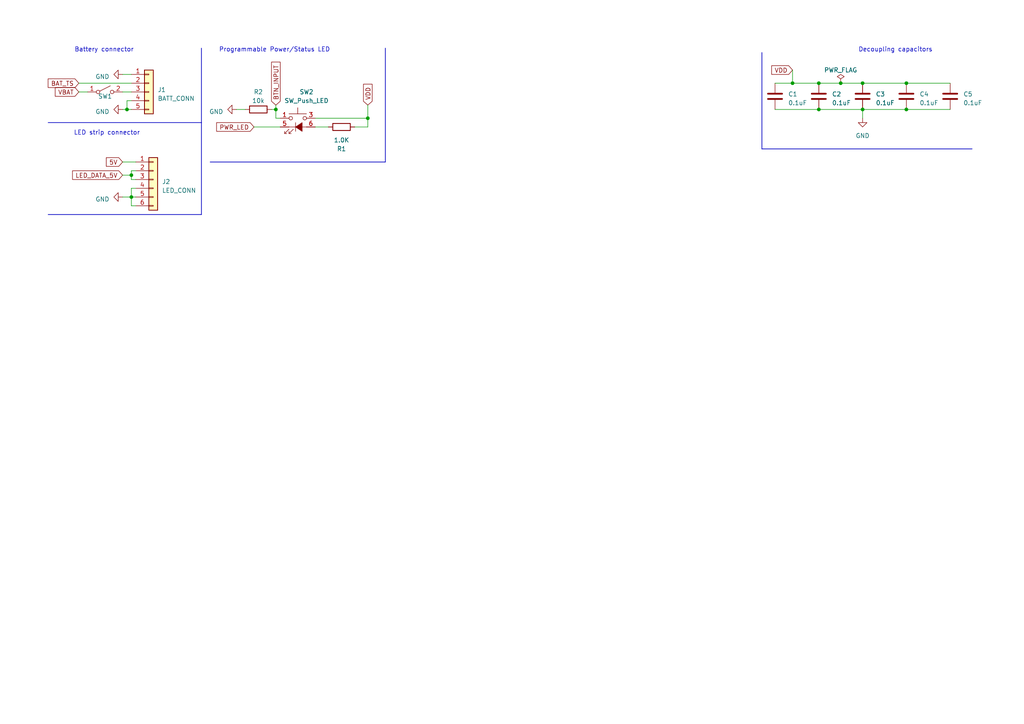
<source format=kicad_sch>
(kicad_sch (version 20230121) (generator eeschema)
  (paper "A4")
  (lib_symbols
    (symbol "Connector_Generic:Conn_01x05" (pin_names (offset 1.016) hide)
      (property "Reference" "J" (at 0 7.62 0))
      (property "Value" "Conn_01x05" (at 0 -7.62 0))
      (symbol "Conn_01x05_1_1"
        (rectangle (start -1.27 -4.953) (end 0 -5.207) (stroke (width 0.1524)))
        (rectangle (start -1.27 -2.413) (end 0 -2.667) (stroke (width 0.1524)))
        (rectangle (start -1.27 0.127) (end 0 -0.127) (stroke (width 0.1524)))
        (rectangle (start -1.27 2.667) (end 0 2.413) (stroke (width 0.1524)))
        (rectangle (start -1.27 5.207) (end 0 4.953) (stroke (width 0.1524)))
        (rectangle (start -1.27 6.35) (end 1.27 -6.35) (stroke (width 0.254)) (fill (type background)))
        (pin passive line (at -5.08 5.08 0) (length 3.81) (name "Pin_1") (number "1"))
        (pin passive line (at -5.08 2.54 0) (length 3.81) (name "Pin_2") (number "2"))
        (pin passive line (at -5.08 0 0) (length 3.81) (name "Pin_3") (number "3"))
        (pin passive line (at -5.08 -2.54 0) (length 3.81) (name "Pin_4") (number "4"))
        (pin passive line (at -5.08 -5.08 0) (length 3.81) (name "Pin_5") (number "5"))
      )
    )
    (symbol "Connector_Generic:Conn_01x06" (pin_names (offset 1.016) hide)
      (property "Reference" "J" (at 0 7.62 0))
      (property "Value" "Conn_01x06" (at 0 -10.16 0))
      (symbol "Conn_01x06_1_1"
        (rectangle (start -1.27 -7.493) (end 0 -7.747) (stroke (width 0.1524)))
        (rectangle (start -1.27 -4.953) (end 0 -5.207) (stroke (width 0.1524)))
        (rectangle (start -1.27 -2.413) (end 0 -2.667) (stroke (width 0.1524)))
        (rectangle (start -1.27 0.127) (end 0 -0.127) (stroke (width 0.1524)))
        (rectangle (start -1.27 2.667) (end 0 2.413) (stroke (width 0.1524)))
        (rectangle (start -1.27 5.207) (end 0 4.953) (stroke (width 0.1524)))
        (rectangle (start -1.27 6.35) (end 1.27 -8.89) (stroke (width 0.254)) (fill (type background)))
        (pin passive line (at -5.08 5.08 0) (length 3.81) (name "Pin_1") (number "1"))
        (pin passive line (at -5.08 2.54 0) (length 3.81) (name "Pin_2") (number "2"))
        (pin passive line (at -5.08 0 0) (length 3.81) (name "Pin_3") (number "3"))
        (pin passive line (at -5.08 -2.54 0) (length 3.81) (name "Pin_4") (number "4"))
        (pin passive line (at -5.08 -5.08 0) (length 3.81) (name "Pin_5") (number "5"))
        (pin passive line (at -5.08 -7.62 0) (length 3.81) (name "Pin_6") (number "6"))
      )
    )
    (symbol "Device:C" (pin_numbers hide) (pin_names (offset 0.254))
      (property "Reference" "C" (at 0.635 2.54 0))
      (property "Value" "C" (at 0.635 -2.54 0))
      (symbol "C_0_1"
        (polyline (pts (xy -2.032 -0.762) (xy 2.032 -0.762)) (stroke (width 0.508)))
        (polyline (pts (xy -2.032 0.762) (xy 2.032 0.762)) (stroke (width 0.508)))
      )
      (symbol "C_1_1"
        (pin passive line (at 0 3.81 270) (length 2.794) (name "~") (number "1"))
        (pin passive line (at 0 -3.81 90) (length 2.794) (name "~") (number "2"))
      )
    )
    (symbol "Device:R" (pin_numbers hide) (pin_names (offset 0))
      (property "Reference" "R" (at 2.032 0 90))
      (property "Value" "R" (at 0 0 90))
      (symbol "R_0_1"
        (rectangle (start -1.016 -2.54) (end 1.016 2.54) (stroke (width 0.254)))
      )
      (symbol "R_1_1"
        (pin passive line (at 0 3.81 270) (length 1.27) (name "~") (number "1"))
        (pin passive line (at 0 -3.81 90) (length 1.27) (name "~") (number "2"))
      )
    )
    (symbol "Switch:SW_Push_LED" (pin_names (offset 1.016) hide)
      (property "Reference" "SW2" (at 0 6.35 0))
      (property "Value" "SW_Push_LED" (at 0 3.81 0))
      (symbol "SW_Push_LED_0_0"
        (polyline (pts (xy -3.81 -1.905) (xy -2.54 -0.635)))
        (polyline (pts (xy -2.54 -1.905) (xy -1.27 -0.635)))
        (polyline (pts (xy -2.54 0) (xy 2.54 0)))
        (polyline (pts (xy -0.635 1.27) (xy -0.635 -1.27)))
        (polyline (pts (xy -3.81 -1.27) (xy -3.81 -1.905) (xy -3.175 -1.905)))
        (polyline (pts (xy -2.54 -1.27) (xy -2.54 -1.905) (xy -1.905 -1.905)))
        (polyline (pts (xy -0.635 0) (xy 1.27 1.27) (xy 1.27 -1.27) (xy -0.635 0)) (fill (type outline)))
      )
      (symbol "SW_Push_LED_0_1"
        (circle (center -2.032 2.54) (radius 0.508))
        (polyline (pts (xy 0 3.81) (xy 0 5.588)))
        (polyline (pts (xy 2.54 3.81) (xy -2.54 3.81)))
        (circle (center 2.032 2.54) (radius 0.508))
        (pin passive line (at -5.08 2.54 0) (length 2.54) (name "1") (number "1"))
        (pin passive line (at 5.08 2.54 180) (length 2.54) (name "3") (number "3"))
        (pin passive line (at -5.08 0 0) (length 2.54) (name "K") (number "5"))
        (pin passive line (at 5.08 0 180) (length 2.54) (name "A") (number "6"))
      )
    )
    (symbol "Switch:SW_SPST" (pin_names (offset 0) hide)
      (property "Reference" "SW" (at 0 3.175 0))
      (property "Value" "SW_SPST" (at 0 -2.54 0))
      (symbol "SW_SPST_0_0"
        (circle (center -2.032 0) (radius 0.508))
        (polyline (pts (xy -1.524 0.254) (xy 1.524 1.778)))
        (circle (center 2.032 0) (radius 0.508))
      )
      (symbol "SW_SPST_1_1"
        (pin passive line (at -5.08 0 0) (length 2.54) (name "A") (number "1"))
        (pin passive line (at 5.08 0 180) (length 2.54) (name "B") (number "2"))
      )
    )
    (symbol "power:GND" (power) (pin_names (offset 0))
      (property "Value" "GND" (at 0 -3.81 0))
      (symbol "GND_0_1"
        (polyline (pts (xy 0 0) (xy 0 -1.27) (xy 1.27 -1.27) (xy 0 -2.54) (xy -1.27 -1.27) (xy 0 -1.27)))
      )
      (symbol "GND_1_1"
        (pin power_in line (at 0 0 270) (length 0) hide (name "GND") (number "1"))
      )
    )
    (symbol "power:PWR_FLAG" (power) (pin_numbers hide) (pin_names (offset 0) hide)
      (property "Value" "PWR_FLAG" (at 0 3.81 0))
      (symbol "PWR_FLAG_0_0"
        (pin power_out line (at 0 0 90) (length 0) (name "pwr") (number "1"))
      )
      (symbol "PWR_FLAG_0_1"
        (polyline (pts (xy 0 0) (xy 0 1.27) (xy -1.016 1.905) (xy 0 2.54) (xy 1.016 1.905) (xy 0 1.27)))
      )
    )
  )
  (junction (at 106.68 34.29))
  (junction (at 262.89 24.13))
  (junction (at 262.89 31.75))
  (junction (at 38.1 57.15))
  (junction (at 237.49 31.75))
  (junction (at 237.49 24.13))
  (junction (at 80.01 31.75))
  (junction (at 250.19 31.75))
  (junction (at 250.19 24.13))
  (junction (at 243.84 24.13))
  (junction (at 38.1 50.8))
  (junction (at 36.83 31.75))
  (junction (at 229.87 24.13))
  (wire (pts (xy 237.49 24.13) (xy 243.84 24.13)))
  (polyline (pts (xy 60.96 46.99) (xy 111.76 46.99)) (stroke (width 0.2)))
  (polyline (pts (xy 111.76 13.97) (xy 111.76 46.99)) (stroke (width 0.2)))
  (wire (pts (xy 68.58 31.75) (xy 71.12 31.75)))
  (wire (pts (xy 38.1 59.69) (xy 38.1 57.15)))
  (wire (pts (xy 80.01 31.75) (xy 80.01 34.29)))
  (wire (pts (xy 35.56 50.8) (xy 38.1 50.8)))
  (wire (pts (xy 35.56 46.99) (xy 39.37 46.99)))
  (wire (pts (xy 106.68 34.29) (xy 91.44 34.29)))
  (wire (pts (xy 250.19 31.75) (xy 250.19 34.29)))
  (wire (pts (xy 80.01 34.29) (xy 81.28 34.29)))
  (wire (pts (xy 262.89 24.13) (xy 275.59 24.13)))
  (wire (pts (xy 78.74 31.75) (xy 80.01 31.75)))
  (wire (pts (xy 38.1 50.8) (xy 38.1 52.07)))
  (wire (pts (xy 38.1 29.21) (xy 36.83 29.21)))
  (wire (pts (xy 106.68 30.48) (xy 106.68 34.29)))
  (wire (pts (xy 38.1 57.15) (xy 35.56 57.15)))
  (wire (pts (xy 39.37 54.61) (xy 38.1 54.61)))
  (wire (pts (xy 80.01 30.48) (xy 80.01 31.75)))
  (wire (pts (xy 35.56 26.67) (xy 38.1 26.67)))
  (wire (pts (xy 22.86 24.13) (xy 38.1 24.13)))
  (wire (pts (xy 224.79 31.75) (xy 237.49 31.75)))
  (wire (pts (xy 36.83 31.75) (xy 38.1 31.75)))
  (wire (pts (xy 250.19 24.13) (xy 262.89 24.13)))
  (wire (pts (xy 38.1 57.15) (xy 39.37 57.15)))
  (polyline (pts (xy 58.42 35.56) (xy 58.42 62.23)) (stroke (width 0.2)))
  (wire (pts (xy 38.1 54.61) (xy 38.1 57.15)))
  (wire (pts (xy 229.87 24.13) (xy 237.49 24.13)))
  (wire (pts (xy 243.84 24.13) (xy 250.19 24.13)))
  (wire (pts (xy 38.1 49.53) (xy 38.1 50.8)))
  (wire (pts (xy 262.89 31.75) (xy 275.59 31.75)))
  (wire (pts (xy 22.86 26.67) (xy 25.4 26.67)))
  (polyline (pts (xy 58.42 13.97) (xy 58.42 35.56)) (stroke (width 0.2)))
  (wire (pts (xy 229.87 20.32) (xy 229.87 24.13)))
  (wire (pts (xy 73.66 36.83) (xy 81.28 36.83)))
  (wire (pts (xy 39.37 49.53) (xy 38.1 49.53)))
  (wire (pts (xy 35.56 31.75) (xy 36.83 31.75)))
  (polyline (pts (xy 220.98 43.18) (xy 281.94 43.18)) (stroke (width 0.2)))
  (polyline (pts (xy 13.97 62.23) (xy 58.42 62.23)) (stroke (width 0.2)))
  (wire (pts (xy 224.79 24.13) (xy 229.87 24.13)))
  (wire (pts (xy 91.44 36.83) (xy 95.25 36.83)))
  (polyline (pts (xy 220.98 15.24) (xy 220.98 43.18)) (stroke (width 0.2)))
  (wire (pts (xy 35.56 21.59) (xy 38.1 21.59)))
  (polyline (pts (xy 13.97 35.56) (xy 58.42 35.56)) (stroke (width 0.2)))
  (wire (pts (xy 102.87 36.83) (xy 106.68 36.83)))
  (wire (pts (xy 36.83 29.21) (xy 36.83 31.75)))
  (wire (pts (xy 250.19 31.75) (xy 262.89 31.75)))
  (wire (pts (xy 237.49 31.75) (xy 250.19 31.75)))
  (wire (pts (xy 39.37 59.69) (xy 38.1 59.69)))
  (wire (pts (xy 106.68 34.29) (xy 106.68 36.83)))
  (wire (pts (xy 38.1 52.07) (xy 39.37 52.07)))
  (text "Decoupling capacitors" (at 270.51 15.24 0) (effects (font (size 1.27 1.27)) (justify right bottom)))
  (text "Programmable Power/Status LED\n" (at 63.5 15.24 0) (effects (font (size 1.27 1.27)) (justify left bottom)))
  (text "Battery connector" (at 21.59 15.24 0) (effects (font (size 1.27 1.27)) (justify left bottom)))
  (text "LED strip connector" (at 40.64 39.37 0) (effects (font (size 1.27 1.27)) (justify right bottom)))
  (global_label "LED_DATA_5V" (shape input) (at 35.56 50.8 180) (property "Intersheetrefs" "${INTERSHEET_REFS}" (effects hide)))
  (global_label "BAT_TS" (shape input) (at 22.86 24.13 180) (property "Intersheetrefs" "${INTERSHEET_REFS}" (effects hide)))
  (global_label "VDD" (shape input) (at 106.68 30.48 90) (property "Intersheetrefs" "${INTERSHEET_REFS}" (effects hide)))
  (global_label "VBAT" (shape input) (at 22.86 26.67 180) (property "Intersheetrefs" "${INTERSHEET_REFS}" (effects hide)))
  (global_label "5V" (shape input) (at 35.56 46.99 180) (property "Intersheetrefs" "${INTERSHEET_REFS}" (effects hide)))
  (global_label "VDD" (shape input) (at 229.87 20.32 180) (property "Intersheetrefs" "${INTERSHEET_REFS}" (effects hide)))
  (global_label "BTN_INPUT" (shape input) (at 80.01 30.48 90) (property "Intersheetrefs" "${INTERSHEET_REFS}" (effects hide)))
  (global_label "PWR_LED" (shape input) (at 73.66 36.83 180) (property "Intersheetrefs" "${INTERSHEET_REFS}" (effects hide)))
  (symbol (lib_id "Switch:SW_Push_LED") (at 86.36 36.83 0) (unit 1)
    (property "Reference" "SW2" (at 88.9 26.67 0))
    (property "Value" "SW_Push_LED" (at 88.9 29.21 0))
    (property "Footprint" "footprints.pretty:SW-SMD_CHA_C603B-101ML-1SF" (effects hide))
  )
  (symbol (lib_id "Device:C") (at 250.19 27.94 180) (unit 1)
    (property "Reference" "C3" (at 254 27.305 0) (effects (justify right)))
    (property "Value" "0.1uF" (at 254 29.845 0) (effects (justify right)))
  )
  (symbol (lib_id "power:GND") (at 35.56 31.75 270) (unit 1)
    (property "Reference" "#PWR03" (effects hide))
    (property "Value" "GND" (at 31.75 32.385 90) (effects (justify right)))
  )
  (symbol (lib_id "Device:R") (at 99.06 36.83 90) (unit 1)
    (property "Reference" "R1" (at 99.06 43.18 90))
    (property "Value" "1.0K" (at 99.06 40.64 90))
    (property "Footprint" "Resistor_SMD:R_0402_1005Metric" (effects hide))
  )
  (symbol (lib_id "Device:C") (at 262.89 27.94 180) (unit 1)
    (property "Reference" "C4" (at 266.7 27.305 0) (effects (justify right)))
    (property "Value" "0.1uF" (at 266.7 29.845 0) (effects (justify right)))
  )
  (symbol (lib_id "Connector_Generic:Conn_01x05") (at 43.18 26.67 0) (unit 1)
    (property "Reference" "J1" (at 45.72 26.035 0) (effects (justify left)))
    (property "Value" "BATT_CONN" (at 45.72 28.575 0) (effects (justify left)))
    (property "Footprint" "hirosedf65:DF65-3P-1.7V21" (effects hide))
  )
  (symbol (lib_id "Device:C") (at 224.79 27.94 180) (unit 1)
    (property "Reference" "C1" (at 228.6 27.305 0) (effects (justify right)))
    (property "Value" "0.1uF" (at 228.6 29.845 0) (effects (justify right)))
  )
  (symbol (lib_id "power:GND") (at 35.56 21.59 270) (unit 1)
    (property "Reference" "#PWR02" (effects hide))
    (property "Value" "GND" (at 31.75 22.225 90) (effects (justify right)))
  )
  (symbol (lib_id "power:GND") (at 250.19 34.29 0) (unit 1)
    (property "Reference" "#PWR01" (effects hide))
    (property "Value" "GND" (at 250.19 39.37 0))
  )
  (symbol (lib_id "Device:C") (at 237.49 27.94 180) (unit 1)
    (property "Reference" "C2" (at 241.3 27.305 0) (effects (justify right)))
    (property "Value" "0.1uF" (at 241.3 29.845 0) (effects (justify right)))
  )
  (symbol (lib_id "power:GND") (at 35.56 57.15 270) (unit 1)
    (property "Reference" "#PWR04" (effects hide))
    (property "Value" "GND" (at 31.75 57.785 90) (effects (justify right)))
  )
  (symbol (lib_id "power:PWR_FLAG") (at 243.84 24.13 0) (unit 1)
    (property "Reference" "#FLG01" (effects hide))
    (property "Value" "PWR_FLAG" (at 243.84 20.32 0))
  )
  (symbol (lib_id "Connector_Generic:Conn_01x06") (at 44.45 52.07 0) (unit 1)
    (property "Reference" "J2" (at 46.99 52.705 0) (effects (justify left)))
    (property "Value" "LED_CONN" (at 46.99 55.245 0) (effects (justify left)))
    (property "Footprint" "jstpa:CONN-SMD_SM04B-PASS-TBT-LF-SN" (effects hide))
  )
  (symbol (lib_id "Switch:SW_SPST") (at 30.48 26.67 0) (unit 1)
    (property "Reference" "SW1" (at 30.48 27.94 0))
    (property "Value" "SW_SPST" (effects hide))
  )
  (symbol (lib_id "Device:R") (at 74.93 31.75 90) (unit 1)
    (property "Reference" "R2" (at 74.93 26.67 90))
    (property "Value" "10k" (at 74.93 29.21 90))
  )
  (symbol (lib_id "Device:C") (at 275.59 27.94 180) (unit 1)
    (property "Reference" "C5" (at 279.4 27.305 0) (effects (justify right)))
    (property "Value" "0.1uF" (at 279.4 29.845 0) (effects (justify right)))
  )
  (symbol (lib_id "power:GND") (at 68.58 31.75 270) (unit 1)
    (property "Reference" "#PWR05" (effects hide))
    (property "Value" "GND" (at 64.77 32.385 90) (effects (justify right)))
  )
)
</source>
